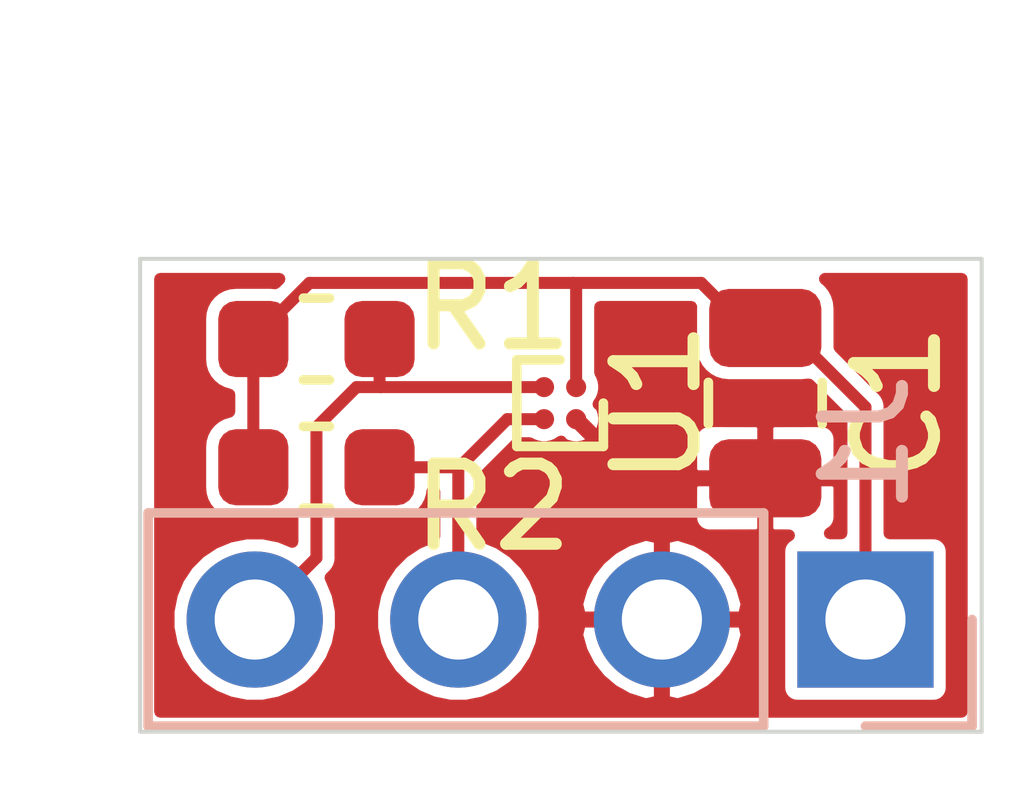
<source format=kicad_pcb>
(kicad_pcb (version 20211014) (generator pcbnew)
  (layers (0 "F.Cu" signal) (31 "B.Cu" signal) (34 "B.Paste" user) (35 "F.Paste" user) (36 "B.SilkS" user "B.Silkscreen") (37 "F.SilkS" user "F.Silkscreen") (38 "B.Mask" user) (39 "F.Mask" user) (44 "Edge.Cuts" user))
  (net 0 "")
  (net 1 "GND")
  (net 2 "+3V3")
  (net 3 "/SCL")
  (net 4 "/SDA")
  (footprint "Capacitor_SMD:C_0805_2012Metric" (layer "F.Cu") (at 146 96.2 -90)
    (fp_text reference "C1" (at 0 -1.65 90) (layer "F.SilkS"))
    (fp_text value "100n")
    (fp_line (start -0.258578 -0.71) (end 0.258578 -0.71) (layer "F.SilkS") (width 0.12))
    (fp_line (start -0.258578 0.71) (end 0.258578 0.71) (layer "F.SilkS") (width 0.12))
    (pad "1" smd roundrect locked (at -0.9375 0 270) (size 0.975 1.4) (layers "F.Cu" "F.Paste" "F.Mask") (net 2 "+3V3"))
    (pad "2" smd roundrect locked (at 0.9375 0 270) (size 0.975 1.4) (layers "F.Cu" "F.Paste" "F.Mask") (net 1 "GND"))
  )
  (footprint "Resistor_SMD:R_0603_1608Metric" (layer "F.Cu") (at 140.4 95.4)
    (fp_text reference "R1" (at 2.2 -0.4) (layer "F.SilkS"))
    (fp_text value "10k")
    (fp_line (start -0.162779 -0.51) (end 0.162779 -0.51) (layer "F.SilkS") (width 0.12))
    (fp_line (start -0.162779 0.51) (end 0.162779 0.51) (layer "F.SilkS") (width 0.12))
    (pad "1" smd roundrect locked (at -0.7875 0) (size 0.875 0.95) (layers "F.Cu" "F.Paste" "F.Mask") (net 2 "+3V3"))
    (pad "2" smd roundrect locked (at 0.7875 0) (size 0.875 0.95) (layers "F.Cu" "F.Paste" "F.Mask") (net 3 "/SCL"))
  )
  (footprint "Resistor_SMD:R_0603_1608Metric" (layer "F.Cu") (at 140.4 97)
    (fp_text reference "R2" (at 2.2 0.5) (layer "F.SilkS"))
    (fp_text value "10k")
    (fp_line (start -0.162779 0.51) (end 0.162779 0.51) (layer "F.SilkS") (width 0.12))
    (fp_line (start -0.162779 -0.51) (end 0.162779 -0.51) (layer "F.SilkS") (width 0.12))
    (pad "1" smd roundrect locked (at -0.7875 0) (size 0.875 0.95) (layers "F.Cu" "F.Paste" "F.Mask") (net 2 "+3V3"))
    (pad "2" smd roundrect locked (at 0.7875 0) (size 0.875 0.95) (layers "F.Cu" "F.Paste" "F.Mask") (net 4 "/SDA"))
  )
  (footprint "Package_BGA:WLP-4_0.86x0.86mm_P0.4mm" (layer "F.Cu") (at 143.44 96.2 -90)
    (fp_text reference "U1" (at 0 -1.21 90) (layer "F.SilkS"))
    (fp_text value "BRCF016GWZ")
    (fp_line (start 0.54 0.54) (end 0.54 -0.54) (layer "F.SilkS") (width 0.12))
    (fp_line (start -0.54 0) (end -0.54 0.54) (layer "F.SilkS") (width 0.12))
    (fp_line (start -0.54 0.54) (end 0.54 0.54) (layer "F.SilkS") (width 0.12))
    (fp_line (start 0.54 -0.54) (end 0 -0.54) (layer "F.SilkS") (width 0.12))
    (pad "A1" smd circle locked (at -0.2 -0.2 270) (size 0.25 0.25) (layers "F.Cu" "F.Paste" "F.Mask") (net 2 "+3V3"))
    (pad "A2" smd circle locked (at 0.2 -0.2 270) (size 0.25 0.25) (layers "F.Cu" "F.Paste" "F.Mask") (net 1 "GND"))
    (pad "B1" smd circle locked (at -0.2 0.2 270) (size 0.25 0.25) (layers "F.Cu" "F.Paste" "F.Mask") (net 3 "/SCL"))
    (pad "B2" smd circle locked (at 0.2 0.2 270) (size 0.25 0.25) (layers "F.Cu" "F.Paste" "F.Mask") (net 4 "/SDA"))
  )
  (footprint "Connector_PinHeader_2.54mm:PinHeader_1x04_P2.54mm_Vertical" (layer "B.Cu") (at 147.25 98.9 90)
    (fp_text reference "J1" (at 2.2 0 90) (layer "B.SilkS") (effects (justify mirror)))
    (fp_text value "I2C")
    (fp_line (start -1.33 -1.27) (end -1.33 -8.95) (layer "B.SilkS") (width 0.12))
    (fp_line (start -1.33 0) (end -1.33 1.33) (layer "B.SilkS") (width 0.12))
    (fp_line (start -1.33 1.33) (end 0 1.33) (layer "B.SilkS") (width 0.12))
    (fp_line (start 1.33 -1.27) (end 1.33 -8.95) (layer "B.SilkS") (width 0.12))
    (fp_line (start -1.33 -1.27) (end 1.33 -1.27) (layer "B.SilkS") (width 0.12))
    (fp_line (start -1.33 -8.95) (end 1.33 -8.95) (layer "B.SilkS") (width 0.12))
    (pad "1" thru_hole rect locked (at 0 0 90) (size 1.7 1.7) (drill 1) (layers *.Cu *.Mask) (net 2 "+3V3"))
    (pad "2" thru_hole oval locked (at 0 -2.54 90) (size 1.7 1.7) (drill 1) (layers *.Cu *.Mask) (net 1 "GND"))
    (pad "3" thru_hole oval locked (at 0 -5.08 90) (size 1.7 1.7) (drill 1) (layers *.Cu *.Mask) (net 4 "/SDA"))
    (pad "4" thru_hole oval locked (at 0 -7.62 90) (size 1.7 1.7) (drill 1) (layers *.Cu *.Mask) (net 3 "/SCL"))
  )
  (gr_line (start 138.2 100.3) (end 148.7 100.3) (layer "Edge.Cuts") (width 0.05))
  (gr_line (start 138.2 94.4) (end 138.2 100.3) (layer "Edge.Cuts") (width 0.05))
  (gr_line (start 148.7 100.3) (end 148.7 94.4) (layer "Edge.Cuts") (width 0.05))
  (gr_line (start 148.7 94.4) (end 138.2 94.4) (layer "Edge.Cuts") (width 0.05))
  (segment (start 147.25 96.25) (end 147.25 98.9) (width 0.15) (layer "F.Cu") (net 2))
  (segment (start 139.6125 95.875) (end 139.6125 97) (width 0.15) (layer "F.Cu") (net 2))
  (segment (start 143.60001 94.69999) (end 143.64 94.73998) (width 0.15) (layer "F.Cu") (net 2))
  (segment (start 139.6125 95.4) (end 139.6125 95.875) (width 0.15) (layer "F.Cu") (net 2))
  (segment (start 139.6125 95.4) (end 140.31251 94.69999) (width 0.15) (layer "F.Cu") (net 2))
  (segment (start 146 95.2625) (end 146.2625 95.2625) (width 0.15) (layer "F.Cu") (net 2))
  (segment (start 145.19999 94.69999) (end 145.7625 95.2625) (width 0.15) (layer "F.Cu") (net 2))
  (segment (start 146.2625 95.2625) (end 147.25 96.25) (width 0.15) (layer "F.Cu") (net 2))
  (segment (start 140.31251 94.69999) (end 143.60001 94.69999) (width 0.15) (layer "F.Cu") (net 2))
  (segment (start 143.60001 94.69999) (end 145.19999 94.69999) (width 0.15) (layer "F.Cu") (net 2))
  (segment (start 145.7625 95.2625) (end 146 95.2625) (width 0.15) (layer "F.Cu") (net 2))
  (segment (start 143.64 94.73998) (end 143.64 96) (width 0.15) (layer "F.Cu") (net 2))
  (segment (start 140.9 96) (end 140.4 96.5) (width 0.15) (layer "F.Cu") (net 3))
  (segment (start 140.4 98.13) (end 139.63 98.9) (width 0.15) (layer "F.Cu") (net 3))
  (segment (start 141.2 96) (end 140.9 96) (width 0.15) (layer "F.Cu") (net 3))
  (segment (start 141.1875 95.9875) (end 141.1875 95.4) (width 0.15) (layer "F.Cu") (net 3))
  (segment (start 143.24 96) (end 141.2 96) (width 0.15) (layer "F.Cu") (net 3))
  (segment (start 141.2 96) (end 141.1875 95.9875) (width 0.15) (layer "F.Cu") (net 3))
  (segment (start 140.4 96.5) (end 140.4 98.13) (width 0.15) (layer "F.Cu") (net 3))
  (segment (start 142.158388 97) (end 141.1875 97) (width 0.15) (layer "F.Cu") (net 4))
  (segment (start 142.781612 96.4) (end 142.17 97.011612) (width 0.15) (layer "F.Cu") (net 4))
  (segment (start 142.17 97.011612) (end 142.17 98.9) (width 0.15) (layer "F.Cu") (net 4))
  (segment (start 142.17 97.011612) (end 142.158388 97) (width 0.15) (layer "F.Cu") (net 4))
  (segment (start 143.24 96.4) (end 142.781612 96.4) (width 0.15) (layer "F.Cu") (net 4))
  (zone (net 1) (net_name "GND") (layer "F.Cu") (connect_pads (clearance 0.15)) (min_thickness 0.15) (fill yes (thermal_gap 0.15) (thermal_bridge_width 0.2))
    (polygon (pts (xy 149.25 100.75) (xy 137.75 100.75) (xy 137.75 94) (xy 149.25 94)))
  )
)
</source>
